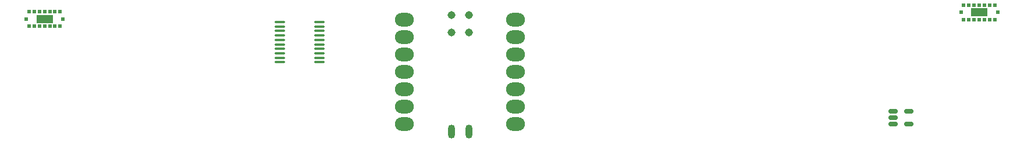
<source format=gbr>
%TF.GenerationSoftware,KiCad,Pcbnew,8.0.8*%
%TF.CreationDate,2025-05-01T05:04:39-05:00*%
%TF.ProjectId,Obstacle_detector,4f627374-6163-46c6-955f-646574656374,rev?*%
%TF.SameCoordinates,Original*%
%TF.FileFunction,Paste,Top*%
%TF.FilePolarity,Positive*%
%FSLAX46Y46*%
G04 Gerber Fmt 4.6, Leading zero omitted, Abs format (unit mm)*
G04 Created by KiCad (PCBNEW 8.0.8) date 2025-05-01 05:04:39*
%MOMM*%
%LPD*%
G01*
G04 APERTURE LIST*
G04 Aperture macros list*
%AMRoundRect*
0 Rectangle with rounded corners*
0 $1 Rounding radius*
0 $2 $3 $4 $5 $6 $7 $8 $9 X,Y pos of 4 corners*
0 Add a 4 corners polygon primitive as box body*
4,1,4,$2,$3,$4,$5,$6,$7,$8,$9,$2,$3,0*
0 Add four circle primitives for the rounded corners*
1,1,$1+$1,$2,$3*
1,1,$1+$1,$4,$5*
1,1,$1+$1,$6,$7*
1,1,$1+$1,$8,$9*
0 Add four rect primitives between the rounded corners*
20,1,$1+$1,$2,$3,$4,$5,0*
20,1,$1+$1,$4,$5,$6,$7,0*
20,1,$1+$1,$6,$7,$8,$9,0*
20,1,$1+$1,$8,$9,$2,$3,0*%
G04 Aperture macros list end*
%ADD10RoundRect,0.150000X-0.512500X-0.150000X0.512500X-0.150000X0.512500X0.150000X-0.512500X0.150000X0*%
%ADD11R,0.530000X0.545000*%
%ADD12R,0.565000X0.530000*%
%ADD13R,2.345995X1.229995*%
%ADD14RoundRect,0.100000X-0.637500X-0.100000X0.637500X-0.100000X0.637500X0.100000X-0.637500X0.100000X0*%
%ADD15O,2.748280X1.998980*%
%ADD16O,1.016000X2.032000*%
%ADD17C,1.143000*%
G04 APERTURE END LIST*
D10*
%TO.C,U5*%
X142225000Y-30000000D03*
X142225000Y-30950000D03*
X142225000Y-31900000D03*
X144500000Y-31900000D03*
X144500000Y-30000000D03*
%TD*%
D11*
%TO.C,U4*%
X21000000Y-17615002D03*
X20249999Y-17615002D03*
X19500000Y-17615002D03*
X18749999Y-17615002D03*
X17999998Y-17615002D03*
X17249999Y-17615002D03*
X16499998Y-17615002D03*
D12*
X21417499Y-16557501D03*
D13*
X18749999Y-16557501D03*
D12*
X16082499Y-16557501D03*
D11*
X21000000Y-15500000D03*
X20249999Y-15500000D03*
X19500000Y-15500000D03*
X18749999Y-15500000D03*
X17999998Y-15500000D03*
X17249999Y-15500000D03*
X16499998Y-15500000D03*
%TD*%
%TO.C,U2*%
X157000002Y-16615002D03*
X156250001Y-16615002D03*
X155500002Y-16615002D03*
X154750001Y-16615002D03*
X154000000Y-16615002D03*
X153250001Y-16615002D03*
X152500000Y-16615002D03*
D12*
X157417501Y-15557501D03*
D13*
X154750001Y-15557501D03*
D12*
X152082501Y-15557501D03*
D11*
X157000002Y-14500000D03*
X156250001Y-14500000D03*
X155500002Y-14500000D03*
X154750001Y-14500000D03*
X154000000Y-14500000D03*
X153250001Y-14500000D03*
X152500000Y-14500000D03*
%TD*%
D14*
%TO.C,U3*%
X53000000Y-17000000D03*
X53000000Y-17650000D03*
X53000000Y-18300000D03*
X53000000Y-18950000D03*
X53000000Y-19600000D03*
X53000000Y-20250000D03*
X53000000Y-20900000D03*
X53000000Y-21550000D03*
X53000000Y-22200000D03*
X53000000Y-22850000D03*
X58725000Y-22850000D03*
X58725000Y-22200000D03*
X58725000Y-21550000D03*
X58725000Y-20900000D03*
X58725000Y-20250000D03*
X58725000Y-19600000D03*
X58725000Y-18950000D03*
X58725000Y-18300000D03*
X58725000Y-17650000D03*
X58725000Y-17000000D03*
%TD*%
D15*
%TO.C,U1*%
X71094317Y-16686367D03*
X71094317Y-19226367D03*
X71094317Y-21766367D03*
X71094317Y-24306367D03*
X71094317Y-26846367D03*
X71094317Y-29386367D03*
X71094317Y-31926367D03*
X87258877Y-31926367D03*
X87258877Y-29386367D03*
X87258877Y-26846367D03*
X87258877Y-24306367D03*
X87258877Y-21766367D03*
X87258877Y-19226367D03*
X87258877Y-16686367D03*
D16*
X77961197Y-33004187D03*
X80511197Y-33004187D03*
D17*
X77960000Y-16000000D03*
X80500000Y-16000000D03*
X77960000Y-18540000D03*
X80500000Y-18540000D03*
%TD*%
M02*

</source>
